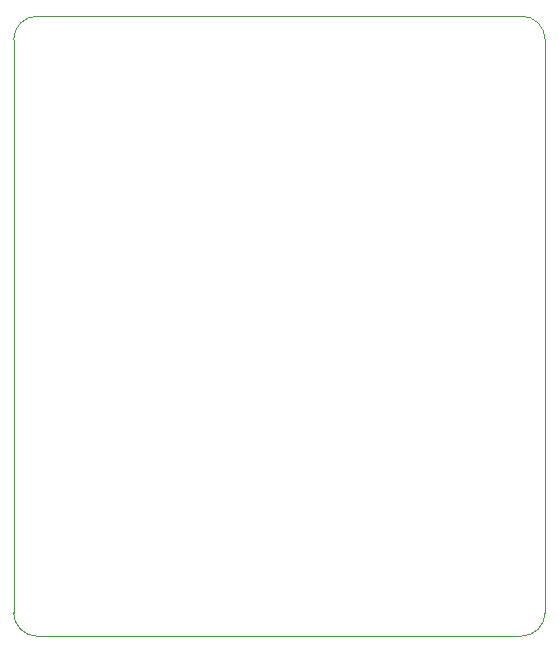
<source format=gbr>
%TF.GenerationSoftware,KiCad,Pcbnew,8.0.2*%
%TF.CreationDate,2025-02-13T09:09:47+01:00*%
%TF.ProjectId,Carte_main,43617274-655f-46d6-9169-6e2e6b696361,rev?*%
%TF.SameCoordinates,Original*%
%TF.FileFunction,Profile,NP*%
%FSLAX46Y46*%
G04 Gerber Fmt 4.6, Leading zero omitted, Abs format (unit mm)*
G04 Created by KiCad (PCBNEW 8.0.2) date 2025-02-13 09:09:47*
%MOMM*%
%LPD*%
G01*
G04 APERTURE LIST*
%TA.AperFunction,Profile*%
%ADD10C,0.050000*%
%TD*%
G04 APERTURE END LIST*
D10*
X116000000Y-74000000D02*
X116000000Y-122500000D01*
X118000000Y-124500000D02*
G75*
G02*
X116000000Y-122500000I0J2000000D01*
G01*
X161000000Y-74000000D02*
X161000000Y-122500000D01*
X159000000Y-72000000D02*
G75*
G02*
X161000000Y-74000000I0J-2000000D01*
G01*
X118000000Y-72000000D02*
X159000000Y-72000000D01*
X116000000Y-74000000D02*
G75*
G02*
X118000000Y-72000000I2000000J0D01*
G01*
X161000000Y-122500000D02*
G75*
G02*
X159000000Y-124500000I-2000000J0D01*
G01*
X159000000Y-124500000D02*
X118000000Y-124500000D01*
M02*

</source>
